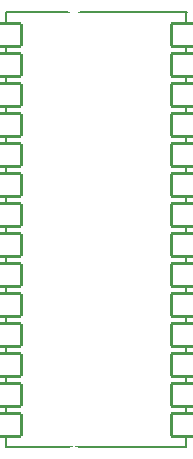
<source format=gbo>
G04 #@! TF.GenerationSoftware,KiCad,Pcbnew,(6.0.8)*
G04 #@! TF.CreationDate,2023-03-23T08:33:07-06:00*
G04 #@! TF.ProjectId,Havoc6295_2_0.kicad_pro,4861766f-6336-4323-9935-5f325f302e6b,rev?*
G04 #@! TF.SameCoordinates,Original*
G04 #@! TF.FileFunction,Legend,Bot*
G04 #@! TF.FilePolarity,Positive*
%FSLAX46Y46*%
G04 Gerber Fmt 4.6, Leading zero omitted, Abs format (unit mm)*
G04 Created by KiCad (PCBNEW (6.0.8)) date 2023-03-23 08:33:07*
%MOMM*%
%LPD*%
G01*
G04 APERTURE LIST*
G04 Aperture macros list*
%AMRoundRect*
0 Rectangle with rounded corners*
0 $1 Rounding radius*
0 $2 $3 $4 $5 $6 $7 $8 $9 X,Y pos of 4 corners*
0 Add a 4 corners polygon primitive as box body*
4,1,4,$2,$3,$4,$5,$6,$7,$8,$9,$2,$3,0*
0 Add four circle primitives for the rounded corners*
1,1,$1+$1,$2,$3*
1,1,$1+$1,$4,$5*
1,1,$1+$1,$6,$7*
1,1,$1+$1,$8,$9*
0 Add four rect primitives between the rounded corners*
20,1,$1+$1,$2,$3,$4,$5,0*
20,1,$1+$1,$4,$5,$6,$7,0*
20,1,$1+$1,$6,$7,$8,$9,0*
20,1,$1+$1,$8,$9,$2,$3,0*%
G04 Aperture macros list end*
%ADD10C,0.127000*%
%ADD11C,0.203200*%
%ADD12C,1.524000*%
%ADD13RoundRect,0.101600X-1.905000X-0.965200X1.905000X-0.965200X1.905000X0.965200X-1.905000X0.965200X0*%
%ADD14RoundRect,0.101600X1.905000X0.965200X-1.905000X0.965200X-1.905000X-0.965200X1.905000X-0.965200X0*%
%ADD15RoundRect,0.101600X-0.750000X0.650000X-0.750000X-0.650000X0.750000X-0.650000X0.750000X0.650000X0*%
%ADD16RoundRect,0.101600X0.750000X-0.650000X0.750000X0.650000X-0.750000X0.650000X-0.750000X-0.650000X0*%
G04 APERTURE END LIST*
D10*
X159296100Y-108940600D02*
X159296100Y-72110600D01*
X144056100Y-72110600D02*
X144056100Y-108940600D01*
D11*
X159346100Y-72110600D02*
X159296100Y-72110600D01*
X144056100Y-72110600D02*
X144006100Y-72110600D01*
D10*
X144056100Y-108940600D02*
X159296100Y-108940600D01*
D11*
X159296100Y-72110600D02*
X144056100Y-72110600D01*
%LPC*%
D12*
X134531100Y-71475600D03*
X134531100Y-74015600D03*
X134531100Y-76555600D03*
X134531100Y-79095600D03*
X134531100Y-81635600D03*
X134531100Y-84175600D03*
X134531100Y-86715600D03*
X134531100Y-89255600D03*
X134531100Y-91795600D03*
X134531100Y-94335600D03*
X134531100Y-96875600D03*
X134531100Y-99415600D03*
X134531100Y-101955600D03*
X134531100Y-104495600D03*
X134531100Y-107035600D03*
X134531100Y-109575600D03*
X149771100Y-109575600D03*
X149771100Y-107035600D03*
X149771100Y-104495600D03*
X149771100Y-101955600D03*
X149771100Y-99415600D03*
X149771100Y-96875600D03*
X149771100Y-94335600D03*
X149771100Y-91795600D03*
X149771100Y-89255600D03*
X149771100Y-86715600D03*
X149771100Y-84175600D03*
X149771100Y-81635600D03*
X149771100Y-79095600D03*
X149771100Y-76555600D03*
X149771100Y-74015600D03*
X149771100Y-71475600D03*
D13*
X143421100Y-74015600D03*
D14*
X143421100Y-76555600D03*
X143421100Y-79095600D03*
X143421100Y-81635600D03*
X143421100Y-84175600D03*
X143421100Y-86715600D03*
X143421100Y-89255600D03*
X143421100Y-91795600D03*
X143421100Y-94335600D03*
X143421100Y-96875600D03*
X143421100Y-99415600D03*
X143421100Y-101955600D03*
X143421100Y-104495600D03*
X143421100Y-107035600D03*
X159931100Y-107035600D03*
X159931100Y-104495600D03*
X159931100Y-101955600D03*
X159931100Y-99415600D03*
X159931100Y-96875600D03*
X159931100Y-94335600D03*
X159931100Y-91795600D03*
X159931100Y-89255600D03*
X159931100Y-86715600D03*
X159931100Y-84175600D03*
X159931100Y-81635600D03*
X159931100Y-79095600D03*
X159931100Y-76555600D03*
X159931100Y-74015600D03*
D15*
X139611100Y-82475600D03*
X139611100Y-84175600D03*
X139611100Y-85875600D03*
X137071100Y-79046600D03*
X137071100Y-80746600D03*
X137071100Y-82446600D03*
D16*
X139611100Y-96035600D03*
X139611100Y-94335600D03*
X139611100Y-92635600D03*
M02*

</source>
